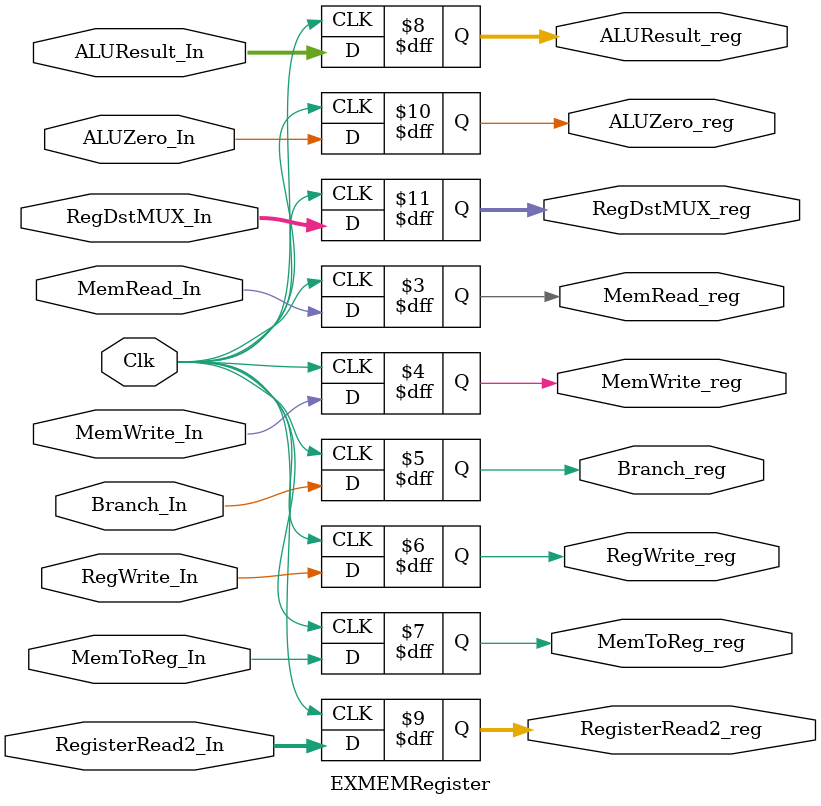
<source format=v>
`timescale 1ns / 1ps

module EXMEMRegister(
// inputs
Clk, MemRead_In, MemWrite_In, Branch_In, RegWrite_In, MemToReg_In,
ALUResult_In, RegisterRead2_In, ALUZero_In, RegDstMUX_In,
// outputs
MemRead_reg, MemWrite_reg, Branch_reg, RegWrite_reg, MemToReg_reg, 
ALUResult_reg, RegisterRead2_reg, ALUZero_reg, RegDstMUX_reg
);

    input Clk;
    input MemRead_In; /////////////////////////////
    input MemWrite_In;
    input Branch_In;
    input RegWrite_In;
    input MemToReg_In;
    //input [] ControlWB_In; // FIXME!!!!!!!!!!!!!!!!!
    //input [] ControlMEM_In; // FIXME!!!!!!!!!!!!!!!!!
    // input [31:0] AdderResult_In; // implement later
    input [31:0] ALUResult_In, RegisterRead2_In;
    input ALUZero_In; 
    input [4:0] RegDstMUX_In; // changed
    output MemRead_reg;////////////////////////
    output MemWrite_reg;
    output Branch_reg;
    output RegWrite_reg;
    output MemToReg_reg;
    //output reg [] ControlWB_Out; // FIXME!!!!!!!!!!!!!!!!!
    //output reg [] ControlMEM_Out; // FIXME!!!!!!!!!!!!!!!!!
    // output [31:0] Adder Result_Out; // implement later
    output [31:0] ALUResult_reg, RegisterRead2_reg;
    output ALUZero_reg;
    output [4:0] RegDstMUX_reg; //changed

    // registers
    reg MemRead_reg;
    reg MemWrite_reg;
    reg Branch_reg;
    reg RegWrite_reg;
    reg MemToReg_reg;
    reg [31:0] ALUResult_reg, RegisterRead2_reg;
    reg ALUZero_reg;
    reg [4:0] RegDstMUX_reg; 
    
    initial begin
        MemRead_reg <= 0; /////////////////////////
        MemWrite_reg <= 0;
        Branch_reg <= 0;
        RegWrite_reg <= 0;
        MemToReg_reg <= 0;
        //ControlWBStore <= 0;
        //ControlMEMStore <= 0;
        ALUResult_reg <= 0;
        RegisterRead2_reg <= 0;
        ALUZero_reg <= 0;
        RegDstMUX_reg <= 0;
    end
    
    always @(posedge Clk) begin
        MemRead_reg <= MemRead_In; /////////////////////////
        MemWrite_reg <= MemWrite_In;
        Branch_reg <= Branch_In;
        RegWrite_reg <= RegWrite_In;
        MemToReg_reg <= MemToReg_In;
        //ControlWBStore <= ControlWB_In;
        //ControlMEMStore <= ControlMEM_In;
        ALUResult_reg <= ALUResult_In;
        RegisterRead2_reg <= RegisterRead2_In;
        ALUZero_reg <= ALUZero_In;
        RegDstMUX_reg <= RegDstMUX_In;
    end
    
    // removed negedge code
    

endmodule

</source>
